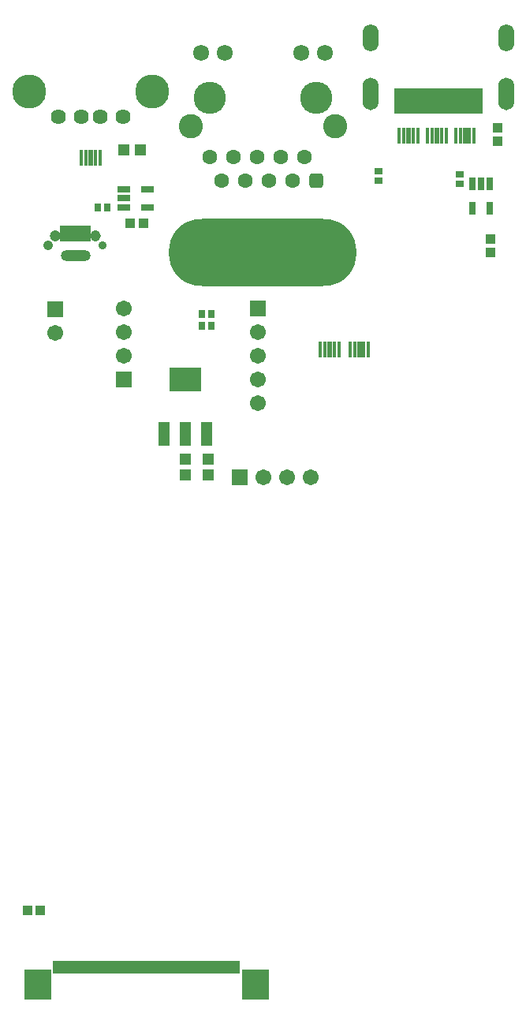
<source format=gts>
G04*
G04 #@! TF.GenerationSoftware,Altium Limited,Altium Designer,21.3.2 (30)*
G04*
G04 Layer_Color=8388736*
%FSLAX25Y25*%
%MOIN*%
G70*
G04*
G04 #@! TF.SameCoordinates,97996B78-1690-4D19-8AB1-FF8F13014A98*
G04*
G04*
G04 #@! TF.FilePolarity,Negative*
G04*
G01*
G75*
%ADD33R,0.01981X0.05524*%
%ADD34R,0.11430X0.12611*%
%ADD35R,0.01587X0.03418*%
%ADD36R,0.02375X0.03418*%
%ADD37R,0.01902X0.11036*%
%ADD38R,0.03162X0.05721*%
%ADD39R,0.04343X0.03950*%
%ADD40R,0.02572X0.06706*%
%ADD41R,0.05100X0.05000*%
%ADD42R,0.02965X0.03359*%
%ADD43R,0.04737X0.10249*%
%ADD44R,0.13792X0.10249*%
%ADD45R,0.03950X0.04343*%
%ADD46R,0.05721X0.03162*%
%ADD47R,0.03359X0.02965*%
%ADD48R,0.05000X0.05100*%
%ADD49C,0.06312*%
G04:AMPARAMS|DCode=50|XSize=63.12mil|YSize=63.12mil|CornerRadius=17.78mil|HoleSize=0mil|Usage=FLASHONLY|Rotation=0.000|XOffset=0mil|YOffset=0mil|HoleType=Round|Shape=RoundedRectangle|*
%AMROUNDEDRECTD50*
21,1,0.06312,0.02756,0,0,0.0*
21,1,0.02756,0.06312,0,0,0.0*
1,1,0.03556,0.01378,-0.01378*
1,1,0.03556,-0.01378,-0.01378*
1,1,0.03556,-0.01378,0.01378*
1,1,0.03556,0.01378,0.01378*
%
%ADD50ROUNDEDRECTD50*%
%ADD51C,0.13595*%
%ADD52C,0.06784*%
%ADD53C,0.10249*%
%ADD54C,0.06391*%
%ADD55C,0.14383*%
%ADD56O,0.06706X0.13792*%
%ADD57O,0.06706X0.11430*%
%ADD58C,0.03556*%
%ADD59C,0.04146*%
%ADD60O,0.04343X0.04737*%
%ADD61C,0.04737*%
%ADD62O,0.12611X0.04737*%
%ADD63C,0.06706*%
%ADD64R,0.06706X0.06706*%
%ADD65R,0.06706X0.06706*%
%ADD66O,0.79540X0.28359*%
D33*
X97386Y22579D02*
D03*
X95417D02*
D03*
X93449D02*
D03*
X91480D02*
D03*
X89512D02*
D03*
X85575D02*
D03*
X79669Y22579D02*
D03*
X77701D02*
D03*
X71795Y22579D02*
D03*
X69827D02*
D03*
X65890D02*
D03*
X59984Y22579D02*
D03*
X58016Y22579D02*
D03*
X52110D02*
D03*
X50142Y22579D02*
D03*
X44236Y22579D02*
D03*
X42268D02*
D03*
X36362D02*
D03*
X34394D02*
D03*
X32425Y22579D02*
D03*
X30457D02*
D03*
X20614Y22579D02*
D03*
X22583D02*
D03*
X24551Y22579D02*
D03*
X26520D02*
D03*
X28488D02*
D03*
X38331D02*
D03*
X40299D02*
D03*
X46205Y22579D02*
D03*
X48173D02*
D03*
X54079D02*
D03*
X56047D02*
D03*
X61953D02*
D03*
X63921D02*
D03*
X67858D02*
D03*
X73764Y22579D02*
D03*
X75732D02*
D03*
X81638Y22579D02*
D03*
X83606D02*
D03*
X87543D02*
D03*
D34*
X13016Y15256D02*
D03*
X104984Y15256D02*
D03*
D35*
X140405Y285436D02*
D03*
X138437Y285436D02*
D03*
X134500D02*
D03*
X132531Y285436D02*
D03*
X132531Y282028D02*
D03*
X134500Y282028D02*
D03*
X138437D02*
D03*
X140405Y282028D02*
D03*
X39437Y366232D02*
D03*
X37468Y366232D02*
D03*
X33531D02*
D03*
X31563Y366232D02*
D03*
X31563Y362823D02*
D03*
X33531D02*
D03*
X37468D02*
D03*
X39437Y362823D02*
D03*
X189716Y375811D02*
D03*
X191685Y375811D02*
D03*
X195622D02*
D03*
X197590D02*
D03*
X197590Y372402D02*
D03*
X195622Y372402D02*
D03*
X191685D02*
D03*
X189717Y372402D02*
D03*
X152937Y281823D02*
D03*
X150969Y281823D02*
D03*
X147031D02*
D03*
X145063D02*
D03*
X145063Y285232D02*
D03*
X147031Y285232D02*
D03*
X150969D02*
D03*
X152937Y285232D02*
D03*
X165779Y375811D02*
D03*
X167748Y375811D02*
D03*
X171685D02*
D03*
X173653D02*
D03*
X173653Y372402D02*
D03*
X171685Y372402D02*
D03*
X167748D02*
D03*
X165779Y372403D02*
D03*
X177779Y375811D02*
D03*
X179748Y375811D02*
D03*
X183685Y375811D02*
D03*
X185653D02*
D03*
X185653Y372402D02*
D03*
X183685Y372402D02*
D03*
X179748D02*
D03*
X177779Y372403D02*
D03*
D36*
X136469Y285436D02*
D03*
X136469Y282028D02*
D03*
X35500Y366232D02*
D03*
Y362823D02*
D03*
X193654Y375811D02*
D03*
Y372402D02*
D03*
X149000Y281823D02*
D03*
Y285232D02*
D03*
X169717Y375811D02*
D03*
X169717Y372402D02*
D03*
X181717Y375811D02*
D03*
X181717Y372402D02*
D03*
D37*
X200217Y388563D02*
D03*
X198248D02*
D03*
X196280D02*
D03*
X194311D02*
D03*
X192342D02*
D03*
X190374Y388563D02*
D03*
X188406Y388563D02*
D03*
X186437D02*
D03*
X184468D02*
D03*
X182500D02*
D03*
X180532D02*
D03*
X178563D02*
D03*
X176594Y388563D02*
D03*
X174626D02*
D03*
X172658D02*
D03*
X170689Y388563D02*
D03*
X168720D02*
D03*
X166752Y388563D02*
D03*
X164784D02*
D03*
D38*
X204240Y343409D02*
D03*
X196760D02*
D03*
Y353646D02*
D03*
X200500D02*
D03*
X204240D02*
D03*
D39*
X204500Y330283D02*
D03*
Y324772D02*
D03*
X207500Y371772D02*
D03*
Y377284D02*
D03*
D40*
X34119Y332654D02*
D03*
X26441D02*
D03*
X23882D02*
D03*
X31560D02*
D03*
X29000D02*
D03*
D41*
X75500Y237472D02*
D03*
Y230528D02*
D03*
X85000D02*
D03*
Y237472D02*
D03*
D42*
X82531Y293528D02*
D03*
X86468Y293528D02*
D03*
Y298528D02*
D03*
X82531Y298528D02*
D03*
X42469Y343528D02*
D03*
X38532Y343528D02*
D03*
D43*
X66445Y248110D02*
D03*
X75500Y248110D02*
D03*
X84555Y248110D02*
D03*
D44*
X75500Y270945D02*
D03*
D45*
X14256Y46528D02*
D03*
X8744D02*
D03*
X52244Y337028D02*
D03*
X57756D02*
D03*
D46*
X59618Y351268D02*
D03*
Y343787D02*
D03*
X49382D02*
D03*
Y347528D02*
D03*
Y351268D02*
D03*
D47*
X191500Y353559D02*
D03*
X191500Y357496D02*
D03*
X157000Y355059D02*
D03*
X157000Y358996D02*
D03*
D48*
X49555Y368028D02*
D03*
X56500D02*
D03*
D49*
X85768Y364846D02*
D03*
X95768Y364846D02*
D03*
X105768D02*
D03*
X115768Y364846D02*
D03*
X125768D02*
D03*
X90768Y354846D02*
D03*
X100768D02*
D03*
X110768D02*
D03*
X120768D02*
D03*
D50*
X130768D02*
D03*
D51*
X85768Y389846D02*
D03*
X130768D02*
D03*
D52*
X124370Y409137D02*
D03*
X92165D02*
D03*
X134370D02*
D03*
X82165D02*
D03*
D53*
X77776Y377838D02*
D03*
X138760Y377838D02*
D03*
D54*
X31563Y381945D02*
D03*
X39437D02*
D03*
X21721D02*
D03*
X49279D02*
D03*
D55*
X61366Y392614D02*
D03*
X9634D02*
D03*
D56*
X211043Y391713D02*
D03*
X153957D02*
D03*
D57*
X211043Y415335D02*
D03*
X153957Y415335D02*
D03*
D58*
X40516Y327536D02*
D03*
D59*
X17484D02*
D03*
D60*
X37465Y331670D02*
D03*
D61*
X20535D02*
D03*
D62*
X29000Y323402D02*
D03*
D63*
X20500Y290528D02*
D03*
X108500Y229528D02*
D03*
X118500D02*
D03*
X128500D02*
D03*
X106000Y291028D02*
D03*
Y281028D02*
D03*
Y271028D02*
D03*
Y261028D02*
D03*
X49500Y301028D02*
D03*
Y291028D02*
D03*
Y281028D02*
D03*
D64*
X20500Y300528D02*
D03*
X106000Y301028D02*
D03*
X49500Y271028D02*
D03*
D65*
X98500Y229528D02*
D03*
D66*
X108268Y324803D02*
D03*
M02*

</source>
